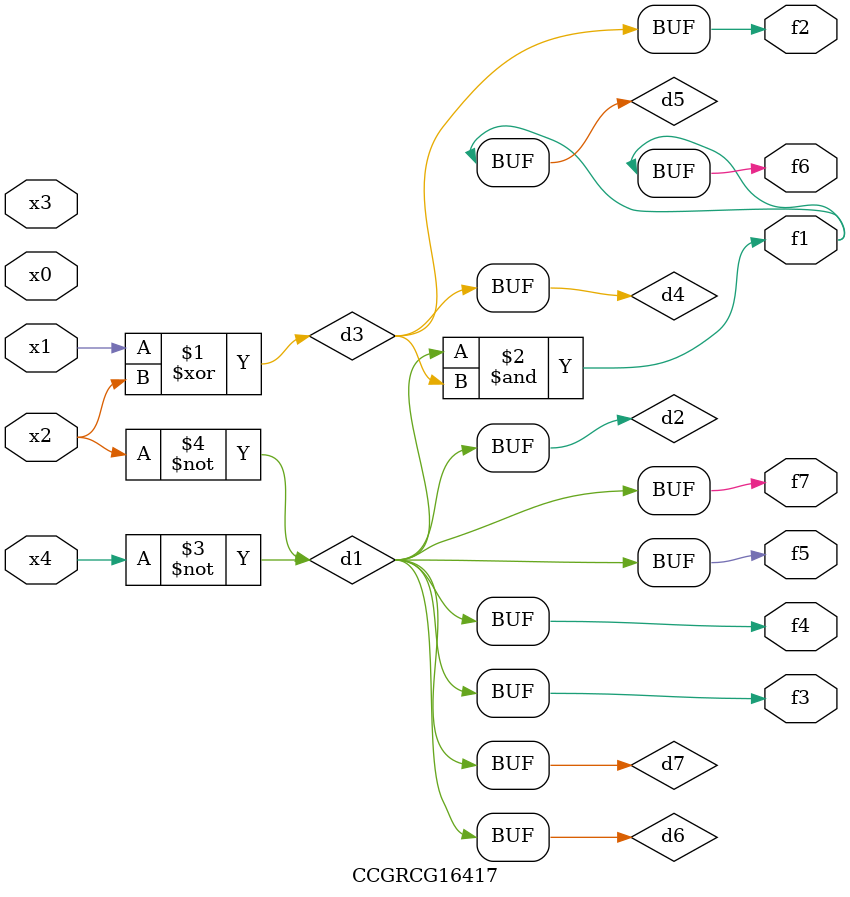
<source format=v>
module CCGRCG16417(
	input x0, x1, x2, x3, x4,
	output f1, f2, f3, f4, f5, f6, f7
);

	wire d1, d2, d3, d4, d5, d6, d7;

	not (d1, x4);
	not (d2, x2);
	xor (d3, x1, x2);
	buf (d4, d3);
	and (d5, d1, d3);
	buf (d6, d1, d2);
	buf (d7, d2);
	assign f1 = d5;
	assign f2 = d4;
	assign f3 = d7;
	assign f4 = d7;
	assign f5 = d7;
	assign f6 = d5;
	assign f7 = d7;
endmodule

</source>
